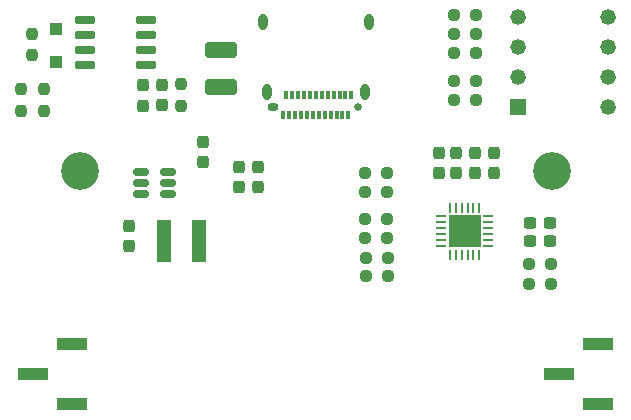
<source format=gbr>
%TF.GenerationSoftware,KiCad,Pcbnew,8.0.0*%
%TF.CreationDate,2024-03-04T20:39:57-05:00*%
%TF.ProjectId,USB C breadboard power supply,55534220-4320-4627-9265-6164626f6172,0.1*%
%TF.SameCoordinates,Original*%
%TF.FileFunction,Soldermask,Top*%
%TF.FilePolarity,Negative*%
%FSLAX46Y46*%
G04 Gerber Fmt 4.6, Leading zero omitted, Abs format (unit mm)*
G04 Created by KiCad (PCBNEW 8.0.0) date 2024-03-04 20:39:57*
%MOMM*%
%LPD*%
G01*
G04 APERTURE LIST*
G04 Aperture macros list*
%AMRoundRect*
0 Rectangle with rounded corners*
0 $1 Rounding radius*
0 $2 $3 $4 $5 $6 $7 $8 $9 X,Y pos of 4 corners*
0 Add a 4 corners polygon primitive as box body*
4,1,4,$2,$3,$4,$5,$6,$7,$8,$9,$2,$3,0*
0 Add four circle primitives for the rounded corners*
1,1,$1+$1,$2,$3*
1,1,$1+$1,$4,$5*
1,1,$1+$1,$6,$7*
1,1,$1+$1,$8,$9*
0 Add four rect primitives between the rounded corners*
20,1,$1+$1,$2,$3,$4,$5,0*
20,1,$1+$1,$4,$5,$6,$7,0*
20,1,$1+$1,$6,$7,$8,$9,0*
20,1,$1+$1,$8,$9,$2,$3,0*%
G04 Aperture macros list end*
%ADD10C,3.200000*%
%ADD11R,2.510000X1.000000*%
%ADD12RoundRect,0.237500X0.237500X-0.300000X0.237500X0.300000X-0.237500X0.300000X-0.237500X-0.300000X0*%
%ADD13RoundRect,0.237500X-0.250000X-0.237500X0.250000X-0.237500X0.250000X0.237500X-0.250000X0.237500X0*%
%ADD14RoundRect,0.062500X-0.325000X-0.062500X0.325000X-0.062500X0.325000X0.062500X-0.325000X0.062500X0*%
%ADD15RoundRect,0.062500X-0.062500X-0.325000X0.062500X-0.325000X0.062500X0.325000X-0.062500X0.325000X0*%
%ADD16R,2.800000X2.800000*%
%ADD17RoundRect,0.237500X0.237500X-0.250000X0.237500X0.250000X-0.237500X0.250000X-0.237500X-0.250000X0*%
%ADD18RoundRect,0.150000X0.512500X0.150000X-0.512500X0.150000X-0.512500X-0.150000X0.512500X-0.150000X0*%
%ADD19RoundRect,0.237500X0.250000X0.237500X-0.250000X0.237500X-0.250000X-0.237500X0.250000X-0.237500X0*%
%ADD20RoundRect,0.237500X-0.237500X0.250000X-0.237500X-0.250000X0.237500X-0.250000X0.237500X0.250000X0*%
%ADD21RoundRect,0.237500X-0.237500X0.300000X-0.237500X-0.300000X0.237500X-0.300000X0.237500X0.300000X0*%
%ADD22RoundRect,0.150000X-0.725000X-0.150000X0.725000X-0.150000X0.725000X0.150000X-0.725000X0.150000X0*%
%ADD23R,1.320800X1.320800*%
%ADD24C,1.320800*%
%ADD25R,1.150000X3.600000*%
%ADD26RoundRect,0.237500X-0.300000X-0.237500X0.300000X-0.237500X0.300000X0.237500X-0.300000X0.237500X0*%
%ADD27RoundRect,0.250000X-1.100000X0.412500X-1.100000X-0.412500X1.100000X-0.412500X1.100000X0.412500X0*%
%ADD28RoundRect,0.250000X-0.300000X0.300000X-0.300000X-0.300000X0.300000X-0.300000X0.300000X0.300000X0*%
%ADD29C,0.650000*%
%ADD30O,0.950000X0.650000*%
%ADD31R,0.300000X0.700000*%
%ADD32O,0.800000X1.400000*%
G04 APERTURE END LIST*
D10*
%TO.C,*%
X147000000Y-115000000D03*
%TD*%
D11*
%TO.C,J4*%
X106355000Y-134740000D03*
X103045000Y-132200000D03*
X106355000Y-129660000D03*
%TD*%
D12*
%TO.C,C11*%
X122100000Y-116362500D03*
X122100000Y-114637500D03*
%TD*%
D13*
%TO.C,R6*%
X131275000Y-122406250D03*
X133100000Y-122406250D03*
%TD*%
%TO.C,R5*%
X131175000Y-119106250D03*
X133000000Y-119106250D03*
%TD*%
D14*
%TO.C,U1*%
X137600000Y-118856250D03*
X137600000Y-119356250D03*
X137600000Y-119856250D03*
X137600000Y-120356250D03*
X137600000Y-120856250D03*
X137600000Y-121356250D03*
D15*
X138337500Y-122093750D03*
X138837500Y-122093750D03*
X139337500Y-122093750D03*
X139837500Y-122093750D03*
X140337500Y-122093750D03*
X140837500Y-122093750D03*
D14*
X141575000Y-121356250D03*
X141575000Y-120856250D03*
X141575000Y-120356250D03*
X141575000Y-119856250D03*
X141575000Y-119356250D03*
X141575000Y-118856250D03*
D15*
X140837500Y-118118750D03*
X140337500Y-118118750D03*
X139837500Y-118118750D03*
X139337500Y-118118750D03*
X138837500Y-118118750D03*
X138337500Y-118118750D03*
D16*
X139587500Y-120106250D03*
%TD*%
D17*
%TO.C,R15*%
X104000000Y-108087500D03*
X104000000Y-109912500D03*
%TD*%
D18*
%TO.C,U2*%
X114437500Y-116950000D03*
X114437500Y-116000000D03*
X114437500Y-115050000D03*
X112162500Y-115050000D03*
X112162500Y-116000000D03*
X112162500Y-116950000D03*
%TD*%
D10*
%TO.C,H2*%
X107000000Y-115000000D03*
%TD*%
D19*
%TO.C,R13*%
X133100000Y-123906250D03*
X131275000Y-123906250D03*
%TD*%
D12*
%TO.C,C1*%
X142087500Y-115168750D03*
X142087500Y-113443750D03*
%TD*%
D13*
%TO.C,R7*%
X138687500Y-105000000D03*
X140512500Y-105000000D03*
%TD*%
%TO.C,R9*%
X138687500Y-103400000D03*
X140512500Y-103400000D03*
%TD*%
D12*
%TO.C,C4*%
X137387500Y-115168750D03*
X137387500Y-113443750D03*
%TD*%
D20*
%TO.C,R17*%
X103000000Y-103400000D03*
X103000000Y-105225000D03*
%TD*%
D21*
%TO.C,C8*%
X114000000Y-107727500D03*
X114000000Y-109452500D03*
%TD*%
D19*
%TO.C,R2*%
X146900000Y-122906250D03*
X145075000Y-122906250D03*
%TD*%
D22*
%TO.C,Q1*%
X107425000Y-102260000D03*
X107425000Y-103530000D03*
X107425000Y-104800000D03*
X107425000Y-106070000D03*
X112575000Y-106070000D03*
X112575000Y-104800000D03*
X112575000Y-103530000D03*
X112575000Y-102260000D03*
%TD*%
D12*
%TO.C,C2*%
X140487500Y-115168750D03*
X140487500Y-113443750D03*
%TD*%
D23*
%TO.C,SW1*%
X144100000Y-109600000D03*
D24*
X144100000Y-107060000D03*
X144100000Y-104520000D03*
X144100000Y-101980000D03*
X151720000Y-101980000D03*
X151720000Y-104520000D03*
X151720000Y-107060000D03*
X151720000Y-109600000D03*
%TD*%
D19*
%TO.C,R10*%
X140512500Y-107400000D03*
X138687500Y-107400000D03*
%TD*%
%TO.C,R12*%
X133000000Y-120706250D03*
X131175000Y-120706250D03*
%TD*%
D21*
%TO.C,C13*%
X117400000Y-112537500D03*
X117400000Y-114262500D03*
%TD*%
D25*
%TO.C,L1*%
X114125000Y-120900000D03*
X117075000Y-120900000D03*
%TD*%
D17*
%TO.C,R16*%
X102000000Y-109912500D03*
X102000000Y-108087500D03*
%TD*%
D12*
%TO.C,C9*%
X111200000Y-121362500D03*
X111200000Y-119637500D03*
%TD*%
D11*
%TO.C,J3*%
X150855000Y-134740000D03*
X147545000Y-132200000D03*
X150855000Y-129660000D03*
%TD*%
D19*
%TO.C,R1*%
X146900000Y-124606250D03*
X145075000Y-124606250D03*
%TD*%
D26*
%TO.C,C7*%
X145125000Y-120906250D03*
X146850000Y-120906250D03*
%TD*%
D12*
%TO.C,C12*%
X112400000Y-109462500D03*
X112400000Y-107737500D03*
%TD*%
D20*
%TO.C,R14*%
X115600000Y-107677500D03*
X115600000Y-109502500D03*
%TD*%
D26*
%TO.C,C6*%
X146850000Y-119406250D03*
X145125000Y-119406250D03*
%TD*%
D13*
%TO.C,R4*%
X131175000Y-116806250D03*
X133000000Y-116806250D03*
%TD*%
D27*
%TO.C,C5*%
X118950000Y-104727500D03*
X118950000Y-107852500D03*
%TD*%
D28*
%TO.C,D1*%
X105000000Y-105800000D03*
X105000000Y-103000000D03*
%TD*%
D13*
%TO.C,R3*%
X138687500Y-109000000D03*
X140512500Y-109000000D03*
%TD*%
D29*
%TO.C,USB1*%
X130600000Y-109580000D03*
D30*
X123400000Y-109580000D03*
D31*
X129750000Y-110240000D03*
X129250000Y-110240000D03*
X128750000Y-110240000D03*
X128250000Y-110240000D03*
X127750000Y-110240000D03*
X127250000Y-110240000D03*
X126750000Y-110240000D03*
X126250000Y-110240000D03*
X125750000Y-110240000D03*
X125250000Y-110240000D03*
X124750000Y-110240000D03*
X124250000Y-110240000D03*
X124500000Y-108540000D03*
X125000000Y-108540000D03*
X125500000Y-108540000D03*
X126000000Y-108540000D03*
X126500000Y-108540000D03*
X127000000Y-108540000D03*
X127500000Y-108540000D03*
X128000000Y-108540000D03*
X128500000Y-108540000D03*
X129000000Y-108540000D03*
X129500000Y-108540000D03*
X130000000Y-108540000D03*
D32*
X131490000Y-102380000D03*
X131130000Y-108330000D03*
X122870000Y-108330000D03*
X122510000Y-102380000D03*
%TD*%
D13*
%TO.C,R8*%
X138687500Y-101800000D03*
X140512500Y-101800000D03*
%TD*%
D12*
%TO.C,C10*%
X120500000Y-116362500D03*
X120500000Y-114637500D03*
%TD*%
D19*
%TO.C,R11*%
X133000000Y-115206250D03*
X131175000Y-115206250D03*
%TD*%
D12*
%TO.C,C3*%
X138887500Y-115168750D03*
X138887500Y-113443750D03*
%TD*%
M02*

</source>
